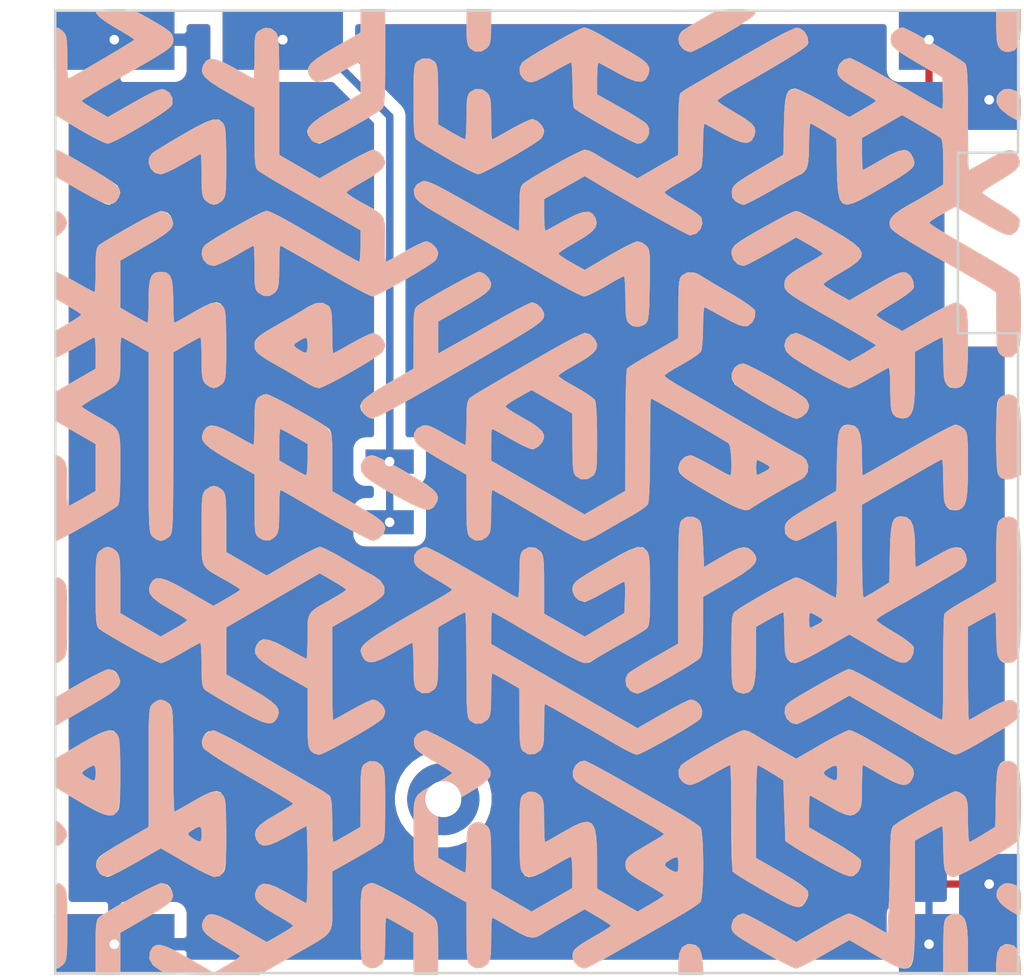
<source format=kicad_pcb>
(kicad_pcb (version 20171130) (host pcbnew "(5.1.4)-1")
  (layers (0 F.Cu signal) (31 B.Cu signal) (34 B.Paste user) (35 F.Paste user) (36 B.SilkS user) (37 F.SilkS user) (38 B.Mask user) (39 F.Mask user) (44 Edge.Cuts user))
  (net 0 "")
  (net 1 /VBUS)
  (net 2 GND)
  (net 3 "Net-(J1-Pad1)")
  (module Print:d5m (layer B.Cu) (at 195.05 95)
    (fp_text reference G*** hide)
    (fp_text value LOGO hide)
  )
  (module Print:d5 (layer F.Cu) (at 195.05 95)
    (fp_text reference G*** hide)
    (fp_text value LOGO hide)
  )
  (module Custom:BG300-02-A-L-A (layer F.Cu) (at 190.39 95 270)
    (fp_text reference J3)
    (fp_text value Conn_01x02)
    (pad 2 smd rect (at 1.26 1.5 270) (size 1 2) (layers F.Cu F.Paste F.Mask) (net 1 /VBUS))
    (pad 1 smd rect (at -1.26 1.5 270) (size 1 2) (layers F.Cu F.Paste F.Mask) (net 1 /VBUS))
  )
  (module Custom:Axis (layer F.Cu) (at 191.12 107.77)
    (fp_text reference J1)
    (fp_text value Conn_01x01)
    (pad 1 thru_hole circle (at 0 0) (size 3 3) (drill 1.5) (layers *.Cu *.Mask) (net 3 "Net-(J1-Pad1)"))
  )
  (module Custom:BG300-02-A-L-A (layer B.Cu) (at 190.39 95 90)
    (fp_text reference J2)
    (fp_text value Conn_01x02)
    (pad 2 smd rect (at 1.26 -1.5 90) (size 1 2) (layers B.Cu B.Paste B.Mask) (net 1 /VBUS))
    (pad 1 smd rect (at -1.26 -1.5 90) (size 1 2) (layers B.Cu B.Paste B.Mask) (net 1 /VBUS))
  )
  (module Custom:Mounting_Pad_Power (layer B.Cu) (at 177.45 113.8 90)
    (fp_text reference H1)
    (fp_text value GND)
    (pad 1 smd rect (at 0 0 90) (size 2.5 5) (layers B.Cu B.Paste B.Mask) (net 2 GND))
  )
  (module Custom:Mounting_Pad_Power (layer F.Cu) (at 177.45 113.8 90)
    (fp_text reference H2)
    (fp_text value GND)
    (pad 1 smd rect (at 0 0 90) (size 2.5 5) (layers F.Cu F.Paste F.Mask) (net 2 GND))
  )
  (module Custom:Mounting_Pad_Power (layer F.Cu) (at 177.45 76.2 270)
    (fp_text reference H3)
    (fp_text value GND)
    (pad 1 smd rect (at 0 0 270) (size 2.5 5) (layers F.Cu F.Paste F.Mask) (net 2 GND))
  )
  (module Custom:Mounting_Pad_Power (layer B.Cu) (at 177.45 76.2 90)
    (fp_text reference H4)
    (fp_text value GND)
    (pad 1 smd rect (at 0 0 90) (size 2.5 5) (layers B.Cu B.Paste B.Mask) (net 2 GND))
  )
  (module Custom:Mounting_Pad_Power_Corner (layer F.Cu) (at 213.8 111.3 270)
    (fp_text reference H5)
    (fp_text value GND)
    (pad 1 smd custom (at 0 0 270) (size 2.5 2.5) (layers F.Cu F.Paste F.Mask) (net 2 GND) (options (clearance outline) (anchor rect)) (primitives (gr_poly (pts (xy 1.25 -1.25) (xy 3.75 -1.25) (xy 3.75 3.75) (xy 1.25 3.75) (xy 1.25 1.25) (xy -1.25 1.25) (xy -1.25 -1.25) (xy 1.244445 -1.25)) (width 0))))
  )
  (module Custom:Mounting_Pad_Power_Corner (layer B.Cu) (at 213.8 78.7 90)
    (fp_text reference H6)
    (fp_text value GND)
    (pad 1 smd custom (at 0 0 90) (size 2.5 2.5) (layers B.Cu B.Paste B.Mask) (net 2 GND) (options (clearance outline) (anchor rect)) (primitives (gr_poly (pts (xy 1.25 1.25) (xy 3.75 1.25) (xy 3.75 -3.75) (xy 1.25 -3.75) (xy 1.25 -1.25) (xy -1.25 -1.25) (xy -1.25 1.25) (xy 1.244445 1.25)) (width 0))))
  )
  (module Custom:Mounting_Pad_Power_Corner (layer F.Cu) (at 211.3 76.2)
    (fp_text reference H7)
    (fp_text value GND)
    (pad 1 smd custom (at 0 0) (size 2.5 2.5) (layers F.Cu F.Paste F.Mask) (net 2 GND) (options (clearance outline) (anchor rect)) (primitives (gr_poly (pts (xy 1.25 -1.25) (xy 3.75 -1.25) (xy 3.75 3.75) (xy 1.25 3.75) (xy 1.25 1.25) (xy -1.25 1.25) (xy -1.25 -1.25) (xy 1.244445 -1.25)) (width 0))))
  )
  (module Custom:Mounting_Pad_Power_Corner (layer B.Cu) (at 211.3 113.8)
    (fp_text reference H8)
    (fp_text value GND)
    (pad 1 smd custom (at 0 0) (size 2.5 2.5) (layers B.Cu B.Paste B.Mask) (net 2 GND) (options (clearance outline) (anchor rect)) (primitives (gr_poly (pts (xy 1.25 1.25) (xy 3.75 1.25) (xy 3.75 -3.75) (xy 1.25 -3.75) (xy 1.25 -1.25) (xy -1.25 -1.25) (xy -1.25 1.25) (xy 1.244445 1.25)) (width 0))))
  )
  (module Custom:Mounting_Pad_Power (layer F.Cu) (at 184.45 76.2 90)
    (fp_text reference H10)
    (fp_text value VBS)
    (pad 1 smd rect (at 0 0 90) (size 2.5 5) (layers F.Cu F.Paste F.Mask) (net 1 /VBUS))
  )
  (module Custom:Mounting_Pad_Power (layer B.Cu) (at 184.45 76.2 90)
    (fp_text reference H12)
    (fp_text value VBS)
    (pad 1 smd rect (at 0 0 90) (size 2.5 5) (layers B.Cu B.Paste B.Mask) (net 1 /VBUS))
  )
  (gr_line (start 215 75) (end 215 80.9) (layer Edge.Cuts) (width 0.1))
  (gr_line (start 215 88.4) (end 215 115) (layer Edge.Cuts) (width 0.1))
  (gr_line (start 212.5 88.4) (end 215 88.4) (layer Edge.Cuts) (width 0.1))
  (gr_line (start 212.5 80.9) (end 212.5 88.4) (layer Edge.Cuts) (width 0.1))
  (gr_line (start 215 80.9) (end 212.5 80.9) (layer Edge.Cuts) (width 0.1))
  (gr_line (start 175 115) (end 175 75) (layer Edge.Cuts) (width 0.1))
  (gr_line (start 215 115) (end 175 115) (layer Edge.Cuts) (width 0.1))
  (gr_line (start 175 75) (end 215 75) (layer Edge.Cuts) (width 0.1))
  (via (at 184.45 76.2) (size 0.8) (drill 0.4) (layers F.Cu B.Cu) (net 1))
  (via (at 184.45 76.2) (size 0.8) (drill 0.4) (layers F.Cu B.Cu) (net 1))
  (segment (start 188.89 96.26) (end 188.89 93.74) (width 0.3) (layer B.Cu) (net 1))
  (segment (start 188.89 96.26) (end 188.89 93.74) (width 0.3) (layer F.Cu) (net 1))
  (via (at 188.89 96.26) (size 0.8) (drill 0.4) (layers F.Cu B.Cu) (net 1))
  (via (at 188.89 93.74) (size 0.8) (drill 0.4) (layers F.Cu B.Cu) (net 1))
  (segment (start 188.9 93.74) (end 188.9 79.39) (width 0.3) (layer F.Cu) (net 1))
  (segment (start 185.7 76.2) (end 184.45 76.2) (width 0.3) (layer F.Cu) (net 1))
  (segment (start 188.9 79.39) (end 185.71 76.2) (width 0.3) (layer F.Cu) (net 1))
  (segment (start 185.7 76.2) (end 184.45 76.2) (width 0.3) (layer B.Cu) (net 1))
  (segment (start 188.89 79.39) (end 185.7 76.2) (width 0.3) (layer B.Cu) (net 1))
  (segment (start 188.89 93.74) (end 188.89 79.39) (width 0.3) (layer B.Cu) (net 1))
  (via (at 177.45 76.2) (size 0.8) (drill 0.4) (layers F.Cu B.Cu) (net 2))
  (via (at 177.45 113.8) (size 0.8) (drill 0.4) (layers F.Cu B.Cu) (net 2))
  (via (at 211.3 76.2) (size 0.8) (drill 0.4) (layers F.Cu B.Cu) (net 2))
  (via (at 213.8 78.7) (size 0.8) (drill 0.4) (layers F.Cu B.Cu) (net 2))
  (segment (start 213.8 78.7) (end 211.37 78.7) (width 0.3) (layer B.Cu) (net 2))
  (segment (start 211.3 76.2) (end 211.3 77.55) (width 0.3) (layer F.Cu) (net 2))
  (segment (start 211.3 77.55) (end 211.3 78.63) (width 0.3) (layer F.Cu) (net 2))
  (via (at 211.3 113.8) (size 0.8) (drill 0.4) (layers F.Cu B.Cu) (net 2))
  (segment (start 211.3 113.8) (end 211.3 111.43) (width 0.3) (layer B.Cu) (net 2))
  (via (at 213.8 111.3) (size 0.8) (drill 0.4) (layers F.Cu B.Cu) (net 2))
  (segment (start 213.8 111.3) (end 211.3 111.3) (width 0.3) (layer F.Cu) (net 2))
  (zone (net 2) (net_name GND) (layer F.Cu) (connect_pads (clearance 0.508)) (min_thickness 0.254) (fill yes (arc_segments 32) (thermal_gap 0.508) (thermal_bridge_width 0.508))
    (polygon (pts (xy 174.75 74.75) (xy 215.25 74.75) (xy 215.25 115.25) (xy 174.75 115.25)))
  )
  (zone (net 2) (net_name GND) (layer B.Cu) (connect_pads (clearance 0.508)) (min_thickness 0.254) (fill yes (arc_segments 32) (thermal_gap 0.508) (thermal_bridge_width 0.508))
    (polygon (pts (xy 174.75 115.25) (xy 174.75 74.75) (xy 215.25 74.75) (xy 215.25 115.25)))
  )
)
</source>
